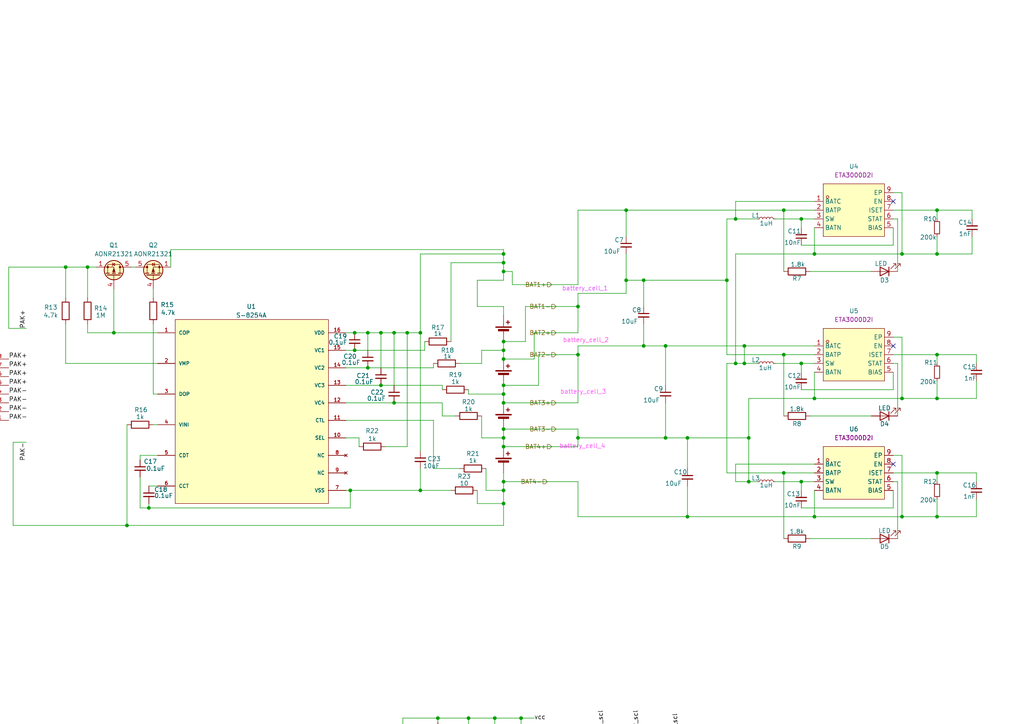
<source format=kicad_sch>
(kicad_sch (version 20231120) (generator "eeschema") (generator_version "8.0")
  (paper "A4")
  (lib_symbols
    (symbol "Connector:Conn_01x04_Pin" (pin_names (offset 1.016) hide)
      (property "Reference" "J" (at 0 5.08 0))
      (property "Value" "Conn_01x04_Pin" (at 0 -7.62 0))
      (symbol "Conn_01x04_Pin_1_1"
        (pin passive line (at 5.08 2.54 180) (length 3.81) (name "Pin_1") (number "1"))
        (pin passive line (at 5.08 0 180) (length 3.81) (name "Pin_2") (number "2"))
        (pin passive line (at 5.08 -2.54 180) (length 3.81) (name "Pin_3") (number "3"))
        (pin passive line (at 5.08 -5.08 180) (length 3.81) (name "Pin_4") (number "4"))
      )
    )
    (symbol "Device:Battery_Cell" (pin_numbers hide) (pin_names (offset 0) hide)
      (property "Reference" "BT" (at 2.54 2.54 0))
      (property "Value" "Battery_Cell" (at 2.54 0 0))
      (symbol "Battery_Cell_1_1"
        (pin passive line (at 0 5.08 270) (length 2.54) (name "+") (number "1"))
        (pin passive line (at 0 -2.54 90) (length 2.54) (name "-") (number "2"))
      )
    )
    (symbol "Device:C_Small" (pin_numbers hide) (pin_names (offset 0.254) hide)
      (property "Reference" "C" (at 0.254 1.778 0))
      (property "Value" "C_Small" (at 0.254 -2.032 0))
      (symbol "C_Small_1_1"
        (pin passive line (at 0 2.54 270) (length 2.032) (name "~") (number "1"))
        (pin passive line (at 0 -2.54 90) (length 2.032) (name "~") (number "2"))
      )
    )
    (symbol "Device:LED" (pin_numbers hide) (pin_names (offset 1.016) hide)
      (property "Reference" "D" (at 0 2.54 0))
      (property "Value" "LED" (at 0 -2.54 0))
      (symbol "LED_1_1"
        (pin passive line (at -3.81 0 0) (length 2.54) (name "K") (number "1"))
        (pin passive line (at 3.81 0 180) (length 2.54) (name "A") (number "2"))
      )
    )
    (symbol "Device:L_Small" (pin_numbers hide) (pin_names (offset 0.254) hide)
      (property "Reference" "L" (at 0.762 1.016 0))
      (property "Value" "L_Small" (at 0.762 -1.016 0))
      (symbol "L_Small_1_1"
        (pin passive line (at 0 2.54 270) (length 0.508) (name "~") (number "1"))
        (pin passive line (at 0 -2.54 90) (length 0.508) (name "~") (number "2"))
      )
    )
    (symbol "Device:R" (pin_numbers hide) (pin_names (offset 0))
      (property "Reference" "R" (at 2.032 0 90))
      (property "Value" "R" (at 0 0 90))
      (symbol "R_1_1"
        (pin passive line (at 0 3.81 270) (length 1.27) (name "~") (number "1"))
        (pin passive line (at 0 -3.81 90) (length 1.27) (name "~") (number "2"))
      )
    )
    (symbol "Device:R_Small" (pin_numbers hide) (pin_names (offset 0.254) hide)
      (property "Reference" "R" (at 0.762 0.508 0))
      (property "Value" "R_Small" (at 0.762 -1.016 0))
      (symbol "R_Small_1_1"
        (pin passive line (at 0 2.54 270) (length 0.762) (name "~") (number "1"))
        (pin passive line (at 0 -2.54 90) (length 0.762) (name "~") (number "2"))
      )
    )
    (symbol "SSS Library:53261-0871" (pin_names (offset 1.016))
      (property "Reference" "J" (at -5.08 13.462 0))
      (property "Value" "53261-0871" (at -5.08 -10.922 0))
      (symbol "53261-0871_0_0"
        (pin passive line (at -10.16 10.16 0) (length 5.08) (name "1") (number "1"))
        (pin passive line (at -10.16 7.62 0) (length 5.08) (name "2") (number "2"))
        (pin passive line (at -10.16 5.08 0) (length 5.08) (name "3") (number "3"))
        (pin passive line (at -10.16 2.54 0) (length 5.08) (name "4") (number "4"))
        (pin passive line (at -10.16 0 0) (length 5.08) (name "5") (number "5"))
        (pin passive line (at -10.16 -2.54 0) (length 5.08) (name "6") (number "6"))
        (pin passive line (at -10.16 -5.08 0) (length 5.08) (name "7") (number "7"))
        (pin passive line (at -10.16 -7.62 0) (length 5.08) (name "8") (number "8"))
      )
    )
    (symbol "SSS Library:ETA3000D2I"
      (property "Reference" "U" (at 0 0 0))
      (property "Manufacturer Part" "ETA3000D2I" (at 0 0 0))
      (symbol "ETA3000D2I_1_0"
        (pin input line (at -11.43 2.54 0) (length 2.54) (name "BATC") (number "1"))
        (pin input line (at -11.43 0 0) (length 2.54) (name "BATP") (number "2"))
        (pin unspecified line (at -11.43 -2.54 0) (length 2.54) (name "SW") (number "3"))
        (pin input line (at -11.43 -5.08 0) (length 2.54) (name "BATN") (number "4"))
        (pin unspecified line (at 11.43 -5.08 180) (length 2.54) (name "BIAS") (number "5"))
        (pin output line (at 11.43 -2.54 180) (length 2.54) (name "STAT") (number "6"))
        (pin unspecified line (at 11.43 0 180) (length 2.54) (name "ISET") (number "7"))
        (pin input line (at 11.43 2.54 180) (length 2.54) (name "EN") (number "8"))
        (pin input line (at 11.43 5.08 180) (length 2.54) (name "EP") (number "9"))
      )
    )
    (symbol "SSS Library:S-8254AAWFT-TB-G" (pin_names (offset 1.016))
      (property "Reference" "U1" (at 0 31.496 0))
      (property "Value" "S-8254A" (at 0 28.956 0))
      (symbol "S-8254AAWFT-TB-G_0_0"
        (pin output line (at -27.94 21.59 0) (length 5.08) (name "COP") (number "1"))
        (pin passive line (at 26.67 -8.89 180) (length 5.08) (name "SEL") (number "10"))
        (pin input line (at 26.67 -3.81 180) (length 5.08) (name "CTL") (number "11"))
        (pin power_in line (at 26.67 1.27 180) (length 5.08) (name "VC4") (number "12"))
        (pin power_in line (at 26.67 6.35 180) (length 5.08) (name "VC3") (number "13"))
        (pin power_in line (at 26.67 11.43 180) (length 5.08) (name "VC2") (number "14"))
        (pin power_in line (at 26.67 16.51 180) (length 5.08) (name "VC1") (number "15"))
        (pin power_in line (at 26.67 21.59 180) (length 5.08) (name "VDD") (number "16"))
        (pin passive line (at -27.94 12.7 0) (length 5.08) (name "VMP") (number "2"))
        (pin output line (at -27.94 3.81 0) (length 5.08) (name "DOP") (number "3"))
        (pin passive line (at -27.94 -5.08 0) (length 5.08) (name "VINI") (number "4"))
        (pin passive line (at -27.94 -13.97 0) (length 5.08) (name "CDT") (number "5"))
        (pin passive line (at -27.94 -22.86 0) (length 5.08) (name "CCT") (number "6"))
        (pin power_in line (at 26.67 -24.13 180) (length 5.08) (name "VSS") (number "7"))
        (pin no_connect line (at 26.67 -13.97 180) (length 5.08) (name "NC") (number "8"))
        (pin no_connect line (at 26.67 -19.05 180) (length 5.08) (name "NC") (number "9"))
      )
    )
    (symbol "TMP275_1"
      (property "Reference" "U2" (at 9.8141 5.08 0))
      (property "Value" "TMP275" (at 9.8141 2.54 0))
      (symbol "TMP275_1_1_1"
        (pin passive line (at -2.54 -5.08 0) (length 2.54) (name "SDA") (number "1"))
        (pin passive line (at -2.54 -2.54 0) (length 2.54) (name "SCL") (number "2"))
        (pin passive line (at -2.54 -7.62 0) (length 2.54) (name "ALERT") (number "3"))
        (pin passive line (at 7.62 -12.7 90) (length 2.54) (name "GND") (number "4"))
        (pin passive line (at 17.78 -7.62 180) (length 2.54) (name "A2") (number "5"))
        (pin passive line (at 17.78 -5.08 180) (length 2.54) (name "A1") (number "6"))
        (pin passive line (at 17.78 -2.54 180) (length 2.54) (name "A0") (number "7"))
        (pin passive line (at 7.62 2.54 270) (length 2.54) (name "V+") (number "8"))
      )
    )
    (symbol "aonr21321:AONR21321" (pin_names hide)
      (property "Reference" "Q" (at 6.35 1.905 0))
      (property "Value" ".fet-pmos-gsd" (at 6.35 0 0))
      (symbol "AONR21321_1_1"
        (pin passive line (at 2.54 5.08 270) (length 2.54) (name "S") (number "1"))
        (pin passive line (at 2.54 5.08 270) (length 2.54) hide (name "S") (number "2"))
        (pin passive line (at 2.54 5.08 270) (length 2.54) hide (name "S") (number "3"))
        (pin input line (at -3.81 0 0) (length 2.54) (name "G") (number "4"))
        (pin passive line (at 2.54 -5.08 90) (length 2.54) (name "D") (number "5"))
      )
    )
    (symbol "power:GND" (power) (pin_numbers hide) (pin_names (offset 0) hide)
      (property "Value" "GND" (at 0 -3.81 0))
      (symbol "GND_1_1"
        (pin power_in line (at 0 0 270) (length 0) (name "~") (number "1"))
      )
    )
    (symbol "yume:.c" (pin_numbers hide) (pin_names (offset 0.254) hide)
      (property "Reference" "C" (at 0.254 1.778 0))
      (property "Value" ".c" (at 0.254 -2.032 0))
      (symbol ".c_1_1"
        (pin passive line (at 0 2.54 270) (length 2.032) (name "~") (number "1"))
        (pin passive line (at 0 -2.54 90) (length 2.032) (name "~") (number "2"))
      )
    )
    (symbol "yume:.r" (pin_numbers hide) (pin_names (offset 0.254) hide)
      (property "Reference" "R" (at 0.762 0.508 0))
      (property "Value" ".r" (at 0.762 -1.016 0))
      (symbol ".r_1_1"
        (pin passive line (at 0 2.54 270) (length 0.762) (name "~") (number "1"))
        (pin passive line (at 0 -2.54 90) (length 0.762) (name "~") (number "2"))
      )
    )
    (symbol "yume:TMP275"
      (property "Reference" "U" (at 0 0 0))
      (property "Value" "TMP275" (at 0 0 0))
      (symbol "TMP275_1_1"
        (pin passive line (at -2.54 -5.08 0) (length 2.54) (name "SDA") (number "1"))
        (pin passive line (at -2.54 -2.54 0) (length 2.54) (name "SCL") (number "2"))
        (pin passive line (at -2.54 -7.62 0) (length 2.54) (name "ALERT") (number "3"))
        (pin passive line (at 7.62 -12.7 90) (length 2.54) (name "GND") (number "4"))
        (pin passive line (at 17.78 -7.62 180) (length 2.54) (name "A2") (number "5"))
        (pin passive line (at 17.78 -5.08 180) (length 2.54) (name "A1") (number "6"))
        (pin passive line (at 17.78 -2.54 180) (length 2.54) (name "A0") (number "7"))
        (pin passive line (at 7.62 2.54 270) (length 2.54) (name "V+") (number "8"))
      )
    )
  )
  (junction (at 146.05 142.24))
  (junction (at 25.4 77.47))
  (junction (at 215.9 100.33))
  (junction (at 118.11 248.92))
  (junction (at 181.61 60.96))
  (junction (at 199.39 127))
  (junction (at 236.22 115.57))
  (junction (at 146.05 146.05))
  (junction (at 105.41 227.33))
  (junction (at 146.05 99.06))
  (junction (at 33.02 96.52))
  (junction (at 167.64 102.87))
  (junction (at 261.62 73.66))
  (junction (at 144.78 261.62))
  (junction (at 232.41 105.41))
  (junction (at 36.83 152.4))
  (junction (at 121.92 96.52))
  (junction (at 146.05 124.46))
  (junction (at 110.49 111.76))
  (junction (at 193.04 100.33))
  (junction (at 213.36 63.5))
  (junction (at 137.16 264.16))
  (junction (at 186.69 100.33))
  (junction (at 146.05 139.7))
  (junction (at 193.04 127))
  (junction (at 261.62 115.57))
  (junction (at 135.89 227.33))
  (junction (at 135.89 208.28))
  (junction (at 114.3 96.52))
  (junction (at 236.22 149.86))
  (junction (at 215.9 105.41))
  (junction (at 227.33 102.87))
  (junction (at 106.68 96.52))
  (junction (at 217.17 127))
  (junction (at 152.4 245.11))
  (junction (at 261.62 149.86))
  (junction (at 137.16 245.11))
  (junction (at 128.27 245.11))
  (junction (at 146.05 76.2))
  (junction (at 102.87 101.6))
  (junction (at 146.05 114.3))
  (junction (at 199.39 149.86))
  (junction (at 151.13 208.28))
  (junction (at 271.78 60.96))
  (junction (at 118.11 96.52))
  (junction (at 271.78 115.57))
  (junction (at 186.69 81.28))
  (junction (at 167.64 88.9))
  (junction (at 146.05 129.54))
  (junction (at 146.05 111.76))
  (junction (at 143.51 224.79))
  (junction (at 151.13 222.25))
  (junction (at 271.78 149.86))
  (junction (at 101.6 142.24))
  (junction (at 152.4 259.08))
  (junction (at 146.05 104.14))
  (junction (at 19.05 77.47))
  (junction (at 146.05 101.6))
  (junction (at 227.33 60.96))
  (junction (at 146.05 78.74))
  (junction (at 102.87 96.52))
  (junction (at 232.41 63.5))
  (junction (at 217.17 139.7))
  (junction (at 236.22 73.66))
  (junction (at 121.92 142.24))
  (junction (at 210.82 81.28))
  (junction (at 106.68 264.16))
  (junction (at 110.49 96.52))
  (junction (at 271.78 137.16))
  (junction (at 213.36 105.41))
  (junction (at 181.61 81.28))
  (junction (at 144.78 245.11))
  (junction (at 127 208.28))
  (junction (at 143.51 208.28))
  (junction (at 271.78 102.87))
  (junction (at 271.78 73.66))
  (junction (at 106.68 106.68))
  (junction (at 146.05 116.84))
  (junction (at 43.18 147.32))
  (junction (at 146.05 73.66))
  (junction (at 116.84 212.09))
  (junction (at 114.3 116.84))
  (junction (at 167.64 127))
  (junction (at 227.33 137.16))
  (junction (at 232.41 139.7))
  (junction (at 146.05 127))
  (no_connect (at 259.08 58.42))
  (no_connect (at 259.08 134.62))
  (no_connect (at 259.08 100.33))
  (wire (pts (xy 232.41 63.5) (xy 232.41 66.04)))
  (wire (pts (xy 111.76 129.54) (xy 118.11 129.54)))
  (wire (pts (xy 146.05 124.46) (xy 167.64 124.46)))
  (wire (pts (xy 118.11 248.92) (xy 118.11 254)))
  (wire (pts (xy 283.21 149.86) (xy 283.21 144.78)))
  (wire (pts (xy 227.33 137.16) (xy 236.22 137.16)))
  (wire (pts (xy 259.08 66.04) (xy 259.08 71.12)))
  (wire (pts (xy 146.05 137.16) (xy 146.05 139.7)))
  (wire (pts (xy 114.3 96.52) (xy 118.11 96.52)))
  (wire (pts (xy 143.51 208.28) (xy 143.51 213.36)))
  (wire (pts (xy 186.69 81.28) (xy 186.69 88.9)))
  (wire (pts (xy 213.36 139.7) (xy 217.17 139.7)))
  (wire (pts (xy 281.94 60.96) (xy 281.94 63.5)))
  (wire (pts (xy 146.05 139.7) (xy 167.64 139.7)))
  (wire (pts (xy 105.41 227.33) (xy 106.68 227.33)))
  (wire (pts (xy 127 208.28) (xy 116.84 208.28)))
  (wire (pts (xy 2.54 77.47) (xy 19.05 77.47)))
  (wire (pts (xy 106.68 96.52) (xy 106.68 101.6)))
  (wire (pts (xy 139.7 105.41) (xy 139.7 101.6)))
  (wire (pts (xy 217.17 127) (xy 217.17 139.7)))
  (wire (pts (xy 154.94 96.52) (xy 167.64 96.52)))
  (wire (pts (xy 213.36 63.5) (xy 210.82 63.5)))
  (wire (pts (xy 167.64 88.9) (xy 167.64 96.52)))
  (wire (pts (xy 271.78 73.66) (xy 281.94 73.66)))
  (wire (pts (xy 121.92 135.89) (xy 121.92 142.24)))
  (wire (pts (xy 167.64 100.33) (xy 186.69 100.33)))
  (wire (pts (xy 127 224.79) (xy 143.51 224.79)))
  (wire (pts (xy 259.08 60.96) (xy 271.78 60.96)))
  (wire (pts (xy 44.45 114.3) (xy 45.72 114.3)))
  (wire (pts (xy 146.05 114.3) (xy 146.05 111.76)))
  (wire (pts (xy 130.81 99.06) (xy 130.81 76.2)))
  (wire (pts (xy 123.19 99.06) (xy 123.19 101.6)))
  (wire (pts (xy 227.33 137.16) (xy 227.33 156.21)))
  (wire (pts (xy 40.64 132.08) (xy 45.72 132.08)))
  (wire (pts (xy 144.78 245.11) (xy 144.78 250.19)))
  (wire (pts (xy 204.47 222.25) (xy 209.55 222.25)))
  (wire (pts (xy 143.51 208.28) (xy 135.89 208.28)))
  (wire (pts (xy 259.08 142.24) (xy 259.08 147.32)))
  (wire (pts (xy 100.33 96.52) (xy 102.87 96.52)))
  (wire (pts (xy 2.54 95.25) (xy 7.62 95.25)))
  (wire (pts (xy 25.4 86.36) (xy 25.4 77.47)))
  (wire (pts (xy 224.79 105.41) (xy 232.41 105.41)))
  (wire (pts (xy 101.6 142.24) (xy 121.92 142.24)))
  (wire (pts (xy 181.61 85.09) (xy 181.61 81.28)))
  (wire (pts (xy 118.11 96.52) (xy 121.92 96.52)))
  (wire (pts (xy 283.21 115.57) (xy 283.21 110.49)))
  (wire (pts (xy 271.78 60.96) (xy 271.78 63.5)))
  (wire (pts (xy 146.05 76.2) (xy 146.05 78.74)))
  (wire (pts (xy 215.9 105.41) (xy 213.36 105.41)))
  (wire (pts (xy 146.05 111.76) (xy 156.21 111.76)))
  (wire (pts (xy 146.05 99.06) (xy 146.05 101.6)))
  (wire (pts (xy 125.73 121.92) (xy 100.33 121.92)))
  (wire (pts (xy 121.92 73.66) (xy 146.05 73.66)))
  (wire (pts (xy 217.17 115.57) (xy 217.17 127)))
  (wire (pts (xy 271.78 115.57) (xy 261.62 115.57)))
  (wire (pts (xy 106.68 96.52) (xy 110.49 96.52)))
  (wire (pts (xy 259.08 105.41) (xy 260.35 105.41)))
  (wire (pts (xy 105.41 259.08) (xy 107.95 259.08)))
  (wire (pts (xy 144.78 245.11) (xy 137.16 245.11)))
  (wire (pts (xy 128.27 245.11) (xy 118.11 245.11)))
  (wire (pts (xy 186.69 100.33) (xy 193.04 100.33)))
  (wire (pts (xy 3.81 152.4) (xy 36.83 152.4)))
  (wire (pts (xy 146.05 104.14) (xy 154.94 104.14)))
  (wire (pts (xy 116.84 212.09) (xy 116.84 217.17)))
  (wire (pts (xy 143.51 218.44) (xy 143.51 224.79)))
  (wire (pts (xy 110.49 96.52) (xy 110.49 106.68)))
  (wire (pts (xy 259.08 102.87) (xy 271.78 102.87)))
  (wire (pts (xy 44.45 93.98) (xy 44.45 114.3)))
  (wire (pts (xy 193.04 100.33) (xy 215.9 100.33)))
  (wire (pts (xy 271.78 68.58) (xy 271.78 73.66)))
  (wire (pts (xy 125.73 135.89) (xy 125.73 121.92)))
  (wire (pts (xy 227.33 60.96) (xy 227.33 78.74)))
  (wire (pts (xy 271.78 60.96) (xy 281.94 60.96)))
  (wire (pts (xy 3.81 128.27) (xy 7.62 128.27)))
  (wire (pts (xy 167.64 139.7) (xy 167.64 149.86)))
  (wire (pts (xy 105.41 248.92) (xy 118.11 248.92)))
  (wire (pts (xy 259.08 55.88) (xy 261.62 55.88)))
  (wire (pts (xy 121.92 96.52) (xy 121.92 73.66)))
  (wire (pts (xy 271.78 137.16) (xy 283.21 137.16)))
  (wire (pts (xy 33.02 83.82) (xy 33.02 96.52)))
  (wire (pts (xy 167.64 102.87) (xy 167.64 116.84)))
  (wire (pts (xy 118.11 129.54) (xy 118.11 96.52)))
  (wire (pts (xy 259.08 107.95) (xy 259.08 113.03)))
  (wire (pts (xy 146.05 116.84) (xy 146.05 114.3)))
  (wire (pts (xy 121.92 96.52) (xy 121.92 130.81)))
  (wire (pts (xy 114.3 116.84) (xy 128.27 116.84)))
  (wire (pts (xy 167.64 127) (xy 193.04 127)))
  (wire (pts (xy 40.64 147.32) (xy 43.18 147.32)))
  (wire (pts (xy 125.73 135.89) (xy 133.35 135.89)))
  (wire (pts (xy 44.45 83.82) (xy 44.45 86.36)))
  (wire (pts (xy 152.4 99.06) (xy 152.4 88.9)))
  (wire (pts (xy 167.64 102.87) (xy 167.64 100.33)))
  (wire (pts (xy 43.18 146.05) (xy 43.18 147.32)))
  (wire (pts (xy 181.61 60.96) (xy 227.33 60.96)))
  (wire (pts (xy 128.27 111.76) (xy 128.27 113.03)))
  (wire (pts (xy 44.45 123.19) (xy 45.72 123.19)))
  (wire (pts (xy 259.08 139.7) (xy 260.35 139.7)))
  (wire (pts (xy 110.49 96.52) (xy 114.3 96.52)))
  (wire (pts (xy 146.05 129.54) (xy 146.05 127)))
  (wire (pts (xy 146.05 88.9) (xy 146.05 91.44)))
  (wire (pts (xy 104.14 212.09) (xy 104.14 222.25)))
  (wire (pts (xy 199.39 140.97) (xy 199.39 149.86)))
  (wire (pts (xy 271.78 102.87) (xy 271.78 105.41)))
  (wire (pts (xy 260.35 78.74) (xy 260.35 63.5)))
  (wire (pts (xy 236.22 73.66) (xy 236.22 66.04)))
  (wire (pts (xy 104.14 129.54) (xy 104.14 127)))
  (wire (pts (xy 146.05 146.05) (xy 146.05 152.4)))
  (wire (pts (xy 144.78 245.11) (xy 152.4 245.11)))
  (wire (pts (xy 105.41 248.92) (xy 105.41 259.08)))
  (wire (pts (xy 199.39 127) (xy 217.17 127)))
  (wire (pts (xy 227.33 60.96) (xy 236.22 60.96)))
  (wire (pts (xy 224.79 63.5) (xy 232.41 63.5)))
  (wire (pts (xy 40.64 138.43) (xy 40.64 147.32)))
  (wire (pts (xy 167.64 88.9) (xy 167.64 85.09)))
  (wire (pts (xy 144.78 255.27) (xy 144.78 261.62)))
  (wire (pts (xy 236.22 115.57) (xy 236.22 107.95)))
  (wire (pts (xy 271.78 110.49) (xy 271.78 115.57)))
  (wire (pts (xy 232.41 147.32) (xy 259.08 147.32)))
  (wire (pts (xy 106.68 261.62) (xy 107.95 261.62)))
  (wire (pts (xy 102.87 96.52) (xy 106.68 96.52)))
  (wire (pts (xy 260.35 156.21) (xy 260.35 139.7)))
  (wire (pts (xy 236.22 142.24) (xy 236.22 149.86)))
  (wire (pts (xy 138.43 88.9) (xy 146.05 88.9)))
  (wire (pts (xy 36.83 123.19) (xy 36.83 152.4)))
  (wire (pts (xy 261.62 115.57) (xy 236.22 115.57)))
  (wire (pts (xy 146.05 81.28) (xy 146.05 78.74)))
  (wire (pts (xy 139.7 127) (xy 146.05 127)))
  (wire (pts (xy 271.78 115.57) (xy 283.21 115.57)))
  (wire (pts (xy 139.7 127) (xy 139.7 120.65)))
  (wire (pts (xy 138.43 81.28) (xy 146.05 81.28)))
  (wire (pts (xy 261.62 149.86) (xy 236.22 149.86)))
  (wire (pts (xy 236.22 115.57) (xy 217.17 115.57)))
  (wire (pts (xy 33.02 96.52) (xy 45.72 96.52)))
  (wire (pts (xy 167.64 129.54) (xy 167.64 127)))
  (wire (pts (xy 193.04 100.33) (xy 193.04 111.76)))
  (wire (pts (xy 38.1 77.47) (xy 39.37 77.47)))
  (wire (pts (xy 105.41 224.79) (xy 105.41 227.33)))
  (wire (pts (xy 259.08 132.08) (xy 261.62 132.08)))
  (wire (pts (xy 181.61 60.96) (xy 181.61 68.58)))
  (wire (pts (xy 186.69 81.28) (xy 210.82 81.28)))
  (wire (pts (xy 3.81 152.4) (xy 3.81 128.27)))
  (wire (pts (xy 2.54 77.47) (xy 2.54 95.25)))
  (wire (pts (xy 259.08 97.79) (xy 261.62 97.79)))
  (wire (pts (xy 121.92 142.24) (xy 130.81 142.24)))
  (wire (pts (xy 232.41 139.7) (xy 236.22 139.7)))
  (wire (pts (xy 146.05 142.24) (xy 146.05 139.7)))
  (wire (pts (xy 152.4 255.27) (xy 152.4 259.08)))
  (wire (pts (xy 146.05 72.39) (xy 146.05 73.66)))
  (wire (pts (xy 125.73 105.41) (xy 125.73 106.68)))
  (wire (pts (xy 105.41 224.79) (xy 106.68 224.79)))
  (wire (pts (xy 140.97 135.89) (xy 140.97 142.24)))
  (wire (pts (xy 139.7 101.6) (xy 146.05 101.6)))
  (wire (pts (xy 25.4 93.98) (xy 25.4 96.52)))
  (wire (pts (xy 232.41 139.7) (xy 232.41 142.24)))
  (wire (pts (xy 261.62 73.66) (xy 236.22 73.66)))
  (wire (pts (xy 100.33 142.24) (xy 101.6 142.24)))
  (wire (pts (xy 236.22 134.62) (xy 213.36 134.62)))
  (wire (pts (xy 40.64 133.35) (xy 40.64 132.08)))
  (wire (pts (xy 151.13 218.44) (xy 151.13 222.25)))
  (wire (pts (xy 154.94 259.08) (xy 152.4 259.08)))
  (wire (pts (xy 215.9 100.33) (xy 215.9 105.41)))
  (wire (pts (xy 19.05 105.41) (xy 45.72 105.41)))
  (wire (pts (xy 128.27 120.65) (xy 132.08 120.65)))
  (wire (pts (xy 104.14 222.25) (xy 106.68 222.25)))
  (wire (pts (xy 193.04 116.84) (xy 193.04 127)))
  (wire (pts (xy 130.81 76.2) (xy 146.05 76.2)))
  (wire (pts (xy 116.84 208.28) (xy 116.84 212.09)))
  (wire (pts (xy 19.05 77.47) (xy 25.4 77.47)))
  (wire (pts (xy 156.21 102.87) (xy 167.64 102.87)))
  (wire (pts (xy 135.89 114.3) (xy 146.05 114.3)))
  (wire (pts (xy 106.68 264.16) (xy 107.95 264.16)))
  (wire (pts (xy 175.26 214.63) (xy 209.55 214.63)))
  (wire (pts (xy 135.89 227.33) (xy 154.94 227.33)))
  (wire (pts (xy 140.97 142.24) (xy 146.05 142.24)))
  (wire (pts (xy 260.35 120.65) (xy 260.35 105.41)))
  (wire (pts (xy 199.39 149.86) (xy 236.22 149.86)))
  (wire (pts (xy 25.4 77.47) (xy 27.94 77.47)))
  (wire (pts (xy 138.43 146.05) (xy 138.43 142.24)))
  (wire (pts (xy 167.64 60.96) (xy 181.61 60.96)))
  (wire (pts (xy 213.36 73.66) (xy 236.22 73.66)))
  (wire (pts (xy 133.35 105.41) (xy 139.7 105.41)))
  (wire (pts (xy 199.39 127) (xy 199.39 135.89)))
  (wire (pts (xy 232.41 105.41) (xy 232.41 107.95)))
  (wire (pts (xy 154.94 104.14) (xy 154.94 96.52)))
  (wire (pts (xy 152.4 88.9) (xy 167.64 88.9)))
  (wire (pts (xy 186.69 93.98) (xy 186.69 100.33)))
  (wire (pts (xy 167.64 149.86) (xy 199.39 149.86)))
  (wire (pts (xy 49.53 72.39) (xy 146.05 72.39)))
  (wire (pts (xy 156.21 111.76) (xy 156.21 102.87)))
  (wire (pts (xy 146.05 101.6) (xy 146.05 104.14)))
  (wire (pts (xy 224.79 139.7) (xy 232.41 139.7)))
  (wire (pts (xy 271.78 149.86) (xy 261.62 149.86)))
  (wire (pts (xy 234.95 156.21) (xy 252.73 156.21)))
  (wire (pts (xy 127 208.28) (xy 127 209.55)))
  (wire (pts (xy 232.41 105.41) (xy 236.22 105.41)))
  (wire (pts (xy 271.78 137.16) (xy 271.78 139.7)))
  (wire (pts (xy 234.95 120.65) (xy 252.73 120.65)))
  (wire (pts (xy 148.59 78.74) (xy 148.59 82.55)))
  (wire (pts (xy 106.68 264.16) (xy 106.68 266.7)))
  (wire (pts (xy 215.9 105.41) (xy 219.71 105.41)))
  (wire (pts (xy 25.4 96.52) (xy 33.02 96.52)))
  (wire (pts (xy 100.33 111.76) (xy 110.49 111.76)))
  (wire (pts (xy 104.14 212.09) (xy 116.84 212.09)))
  (wire (pts (xy 213.36 63.5) (xy 219.71 63.5)))
  (wire (pts (xy 167.64 85.09) (xy 181.61 85.09)))
  (wire (pts (xy 271.78 144.78) (xy 271.78 149.86)))
  (wire (pts (xy 152.4 245.11) (xy 152.4 250.19)))
  (wire (pts (xy 283.21 102.87) (xy 283.21 105.41)))
  (wire (pts (xy 210.82 81.28) (xy 210.82 102.87)))
  (wire (pts (xy 49.53 72.39) (xy 49.53 77.47)))
  (wire (pts (xy 227.33 102.87) (xy 227.33 120.65)))
  (wire (pts (xy 154.94 222.25) (xy 151.13 222.25)))
  (wire (pts (xy 100.33 101.6) (xy 102.87 101.6)))
  (wire (pts (xy 105.41 227.33) (xy 105.41 229.87)))
  (wire (pts (xy 102.87 101.6) (xy 123.19 101.6)))
  (wire (pts (xy 135.89 208.28) (xy 135.89 213.36)))
  (wire (pts (xy 146.05 127) (xy 146.05 124.46)))
  (wire (pts (xy 151.13 208.28) (xy 151.13 213.36)))
  (wire (pts (xy 213.36 73.66) (xy 213.36 105.41)))
  (wire (pts (xy 114.3 96.52) (xy 114.3 111.76)))
  (wire (pts (xy 232.41 71.12) (xy 259.08 71.12)))
  (wire (pts (xy 36.83 152.4) (xy 146.05 152.4)))
  (wire (pts (xy 175.26 219.71) (xy 209.55 219.71)))
  (wire (pts (xy 128.27 261.62) (xy 144.78 261.62)))
  (wire (pts (xy 128.27 245.11) (xy 137.16 245.11)))
  (wire (pts (xy 128.27 259.08) (xy 152.4 259.08)))
  (wire (pts (xy 227.33 102.87) (xy 236.22 102.87)))
  (wire (pts (xy 259.08 63.5) (xy 260.35 63.5)))
  (wire (pts (xy 128.27 264.16) (xy 137.16 264.16)))
  (wire (pts (xy 100.33 106.68) (xy 106.68 106.68)))
  (wire (pts (xy 127 222.25) (xy 151.13 222.25)))
  (wire (pts (xy 135.89 218.44) (xy 135.89 227.33)))
  (wire (pts (xy 110.49 111.76) (xy 128.27 111.76)))
  (wire (pts (xy 217.17 139.7) (xy 219.71 139.7)))
  (wire (pts (xy 146.05 99.06) (xy 152.4 99.06)))
  (wire (pts (xy 128.27 245.11) (xy 128.27 246.38)))
  (wire (pts (xy 19.05 93.98) (xy 19.05 105.41)))
  (wire (pts (xy 193.04 127) (xy 199.39 127)))
  (wire (pts (xy 143.51 208.28) (xy 151.13 208.28)))
  (wire (pts (xy 167.64 60.96) (xy 167.64 82.55)))
  (wire (pts (xy 210.82 105.41) (xy 210.82 137.16)))
  (wire (pts (xy 19.05 86.36) (xy 19.05 77.47)))
  (wire (pts (xy 232.41 63.5) (xy 236.22 63.5)))
  (wire (pts (xy 148.59 82.55) (xy 167.64 82.55)))
  (wire (pts (xy 146.05 129.54) (xy 167.64 129.54)))
  (wire (pts (xy 146.05 78.74) (xy 148.59 78.74)))
  (wire (pts (xy 146.05 116.84) (xy 167.64 116.84)))
  (wire (pts (xy 261.62 55.88) (xy 261.62 73.66)))
  (wire (pts (xy 232.41 113.03) (xy 259.08 113.03)))
  (wire (pts (xy 146.05 146.05) (xy 138.43 146.05)))
  (wire (pts (xy 137.16 255.27) (xy 137.16 264.16)))
  (wire (pts (xy 181.61 73.66) (xy 181.61 81.28)))
  (wire (pts (xy 127 227.33) (xy 135.89 227.33)))
  (wire (pts (xy 154.94 224.79) (xy 143.51 224.79)))
  (wire (pts (xy 210.82 63.5) (xy 210.82 81.28)))
  (wire (pts (xy 101.6 142.24) (xy 101.6 147.32)))
  (wire (pts (xy 154.94 261.62) (xy 144.78 261.62)))
  (wire (pts (xy 283.21 137.16) (xy 283.21 139.7)))
  (wire (pts (xy 209.55 217.17) (xy 207.01 217.17)))
  (wire (pts (xy 135.89 114.3) (xy 135.89 113.03)))
  (wire (pts (xy 261.62 132.08) (xy 261.62 149.86)))
  (wire (pts (xy 146.05 73.66) (xy 146.05 76.2)))
  (wire (pts (xy 137.16 264.16) (xy 154.94 264.16)))
  (wire (pts (xy 281.94 73.66) (xy 281.94 68.58)))
  (wire (pts (xy 128.27 116.84) (xy 128.27 120.65)))
  (wire (pts (xy 236.22 100.33) (xy 215.9 100.33)))
  (wire (pts (xy 210.82 105.41) (xy 213.36 105.41)))
  (wire (pts (xy 234.95 78.74) (xy 252.73 78.74)))
  (wire (pts (xy 271.78 149.86) (xy 283.21 149.86)))
  (wire (pts (xy 43.18 147.32) (xy 101.6 147.32)))
  (wire (pts (xy 137.16 245.11) (xy 137.16 250.19)))
  (wire (pts (xy 100.33 116.84) (xy 114.3 116.84)))
  (wire (pts (xy 210.82 102.87) (xy 227.33 102.87)))
  (wire (pts (xy 259.08 137.16) (xy 271.78 137.16)))
  (wire (pts (xy 271.78 73.66) (xy 261.62 73.66)))
  (wire (pts (xy 154.94 208.28) (xy 151.13 208.28)))
  (wire (pts (xy 104.14 127) (xy 100.33 127)))
  (wire (pts (xy 261.62 97.79) (xy 261.62 115.57)))
  (wire (pts (xy 118.11 245.11) (xy 118.11 248.92)))
  (wire (pts (xy 236.22 58.42) (xy 213.36 58.42)))
  (wire (pts (xy 167.64 124.46) (xy 167.64 127)))
  (wire (pts (xy 271.78 102.87) (xy 283.21 102.87)))
  (wire (pts (xy 127 208.28) (xy 135.89 208.28)))
  (wire (pts (xy 43.18 140.97) (xy 45.72 140.97)))
  (wire (pts (xy 154.94 245.11) (xy 152.4 245.11)))
  (wire (pts (xy 106.68 106.68) (xy 125.73 106.68)))
  (wire (pts (xy 138.43 81.28) (xy 138.43 88.9)))
  (wire (pts (xy 210.82 137.16) (xy 227.33 137.16)))
  (wire (pts (xy 146.05 142.24) (xy 146.05 146.05)))
  (wire (pts (xy 181.61 81.28) (xy 186.69 81.28)))
  (wire (pts (xy 213.36 134.62) (xy 213.36 139.7)))
  (wire (pts (xy 213.36 58.42) (xy 213.36 63.5)))
  (wire (pts (xy 106.68 261.62) (xy 106.68 264.16)))
  (text "battery_cell_2" (at 169.926 98.806 0) (effects (font (size 1.27 1.27))))
  (text "battery_cell_4" (at 168.91 129.54 0) (effects (font (size 1.27 1.27))))
  (text "battery_cell_3" (at 169.164 113.792 0) (effects (font (size 1.27 1.27))))
  (text "battery_cell_1" (at 169.672 83.82 0) (effects (font (size 1.27 1.27))))
  (label "PAK-" (at 7.62 128.27 270))
  (label "isen_sda" (at 196.85 219.71 270))
  (label "tmp1_sda" (at 175.26 219.71 270))
  (label "PAK+" (at 2.54 111.76 0))
  (label "vcc" (at 154.94 208.28 0))
  (label "tmp2_sda" (at 185.42 219.71 270))
  (label "PAK-" (at 2.54 116.84 0))
  (label "PAK+" (at 2.54 106.68 0))
  (label "PAK+" (at 7.62 95.25 90))
  (label "PAK+" (at 2.54 104.14 0))
  (label "tmp2_scl" (at 154.94 259.08 0))
  (label "vcc" (at 154.94 245.11 0))
  (label "tmp2_scl" (at 185.42 214.63 90))
  (label "tmp1_scl" (at 154.94 222.25 0))
  (label "isen_scl" (at 196.85 214.63 90))
  (label "tmp2_sda" (at 154.94 261.62 0))
  (label "tmp1_sda" (at 154.94 224.79 0))
  (label "PAK+" (at 2.54 109.22 0))
  (label "PAK-" (at 2.54 121.92 0))
  (label "tmp1_scl" (at 175.26 214.63 90))
  (label "PAK-" (at 2.54 119.38 0))
  (label "vcc" (at 204.47 222.25 180))
  (label "PAK-" (at 2.54 114.3 0))
  (hierarchical_label "BAT1+" (shape input) (at 160.02 82.55 180))
  (hierarchical_label "BAT3-" (shape input) (at 161.29 124.46 180))
  (hierarchical_label "BAT2+" (shape input) (at 161.29 96.52 180))
  (hierarchical_label "BAT4-" (shape input) (at 158.75 139.7 180))
  (hierarchical_label "BAT4+" (shape input) (at 160.02 129.54 180))
  (hierarchical_label "BAT1-" (shape input) (at 161.29 88.9 180))
  (hierarchical_label "BAT2-" (shape input) (at 161.29 102.87 180))
  (hierarchical_label "BAT3+" (shape input) (at 161.29 116.84 180))
  (symbol (lib_id "Device:Battery_Cell") (at 146.05 96.52 0) (unit 1)
    (property "Reference" "BT1" (effects (hide yes)))
    (property "Value" "Battery_Cell" (effects (hide yes)))
    (property "Footprint" "SSS Lib:bat tabs" (effects (hide yes)))
    (property "Description" "Single-cell battery" (effects (hide yes)))
  )
  (symbol (lib_id "Device:R") (at 134.62 142.24 90) (unit 1)
    (property "Reference" "R23" (at 134.62 138.176 90))
    (property "Value" "10" (at 134.62 140.208 90))
    (property "Footprint" "Resistor_SMD:R_0402_1005Metric" (effects (hide yes)))
    (property "Description" "Resistor" (effects (hide yes)))
  )
  (symbol (lib_id "Device:R") (at 132.08 113.03 90) (unit 1)
    (property "Reference" "R19" (at 132.08 108.712 90))
    (property "Value" "1k" (at 132.08 110.744 90))
    (property "Footprint" "Resistor_SMD:R_0402_1005Metric" (effects (hide yes)))
    (property "Description" "Resistor" (effects (hide yes)))
  )
  (symbol (lib_id "yume:.c") (at 121.92 133.35 0) (unit 1)
    (property "Reference" "C23" (at 123.952 133.096 0) (effects (justify left)))
    (property "Value" "10uF" (at 122.682 135.128 0) (effects (justify left)))
    (property "Footprint" "Capacitor_SMD:C_0805_2012Metric" (effects (hide yes)))
    (property "Description" "Unpolarized capacitor, small symbol" (effects (hide yes)))
    (property "Part" "CL21A226MAQNNNE" (effects (hide yes)))
  )
  (symbol (lib_id "Device:LED") (at 256.54 120.65 180) (unit 1)
    (property "Reference" "D4" (at 256.54 122.936 0))
    (property "Value" "LED" (at 256.54 118.364 0))
    (property "Footprint" "LED_SMD:LED_0402_1005Metric" (effects (hide yes)))
    (property "Description" "Light emitting diode" (effects (hide yes)))
  )
  (symbol (lib_id "power:GND") (at 207.01 217.17 270) (unit 1)
    (property "Reference" "#PWR01" (effects (hide yes)))
    (property "Value" "GND" (at 207.518 215.9 90))
    (property "Description" "Power symbol creates a global label with name \"GND\" , ground" (effects (hide yes)))
  )
  (symbol (lib_id "power:GND") (at 118.11 269.24 0) (unit 1)
    (property "Reference" "#PWR08" (effects (hide yes)))
    (property "Value" "GND" (at 118.11 274.32 0))
    (property "Description" "Power symbol creates a global label with name \"GND\" , ground" (effects (hide yes)))
  )
  (symbol (lib_id "SSS Library:ETA3000D2I") (at 247.65 137.16 0) (unit 1)
    (property "Reference" "U6" (at 247.65 124.46 0))
    (property "Value" "ETA3000D2I" (effects (hide yes)))
    (property "Footprint" "SSS Footprint Library:SSS ETA3000D21" (effects (hide yes)))
    (property "Datasheet" "https://atta.szlcsc.com/upload/public/pdf/source/20230717/2FD4E108EC3C68D06D894D4D17347BBC.pdf" (effects (hide yes)))
    (property "Manufacturer Part" "ETA3000D2I" (at 247.65 127 0))
    (property "Manufacturer" "ETA(钰泰)" (effects (hide yes)))
    (property "Supplier Part" "C7465544" (effects (hide yes)))
    (property "Supplier" "LCSC" (effects (hide yes)))
    (property "LCSC Part Name" "ETA3000D2I" (effects (hide yes)))
  )
  (symbol (lib_id "Device:C_Small") (at 181.61 71.12 0) (unit 1)
    (property "Reference" "C7" (at 179.578 69.596 0))
    (property "Value" "10uF" (at 177.546 72.898 0))
    (property "Footprint" "Capacitor_SMD:C_0805_2012Metric" (effects (hide yes)))
    (property "Description" "Unpolarized capacitor, small symbol" (effects (hide yes)))
  )
  (symbol (lib_id "Device:R_Small") (at 271.78 66.04 0) (unit 1)
    (property "Reference" "R10" (at 269.748 63.5 0))
    (property "Value" "200k" (at 269.24 68.834 0))
    (property "Footprint" "Resistor_SMD:R_0402_1005Metric" (effects (hide yes)))
    (property "Description" "Resistor, small symbol" (effects (hide yes)))
  )
  (symbol (lib_id "power:GND") (at 105.41 229.87 0) (unit 1)
    (property "Reference" "#PWR05" (effects (hide yes)))
    (property "Value" "GND" (at 105.41 234.95 0))
    (property "Description" "Power symbol creates a global label with name \"GND\" , ground" (effects (hide yes)))
  )
  (symbol (lib_id "power:GND") (at 127 214.63 0) (unit 1)
    (property "Reference" "#PWR09" (effects (hide yes)))
    (property "Value" "GND" (effects (hide yes)))
  )
  (symbol (lib_name "TMP275_1") (lib_id "yume:TMP275") (at 124.46 219.71 0) (mirror y) (unit 1)
    (property "Reference" "U2" (at 114.6459 214.63 0) (effects (justify left)))
    (property "Value" "TMP275" (at 114.6459 217.17 0) (effects (justify left)))
    (property "Footprint" "SSS Footprint Library:TM275 nw" (effects (hide yes)))
    (property "Datasheet" "https://www.ti.com/lit/ds/symlink/tmp275.pdf" (effects (hide yes)))
    (property "Description" "Sensor, Temperature, Digital I2C, ±0.5°C max from −20°C to 100°C" (effects (hide yes)))
  )
  (symbol (lib_id "yume:.r") (at 143.51 215.9 0) (mirror x) (unit 1)
    (property "Reference" "R3" (at 140.97 214.6299 0) (effects (justify right)))
    (property "Value" "4.7k" (at 140.97 217.1699 0) (effects (justify right)))
    (property "Footprint" "Resistor_SMD:R_0402_1005Metric" (effects (hide yes)))
    (property "Description" "Resistor, small symbol" (effects (hide yes)))
  )
  (symbol (lib_id "Device:R") (at 137.16 135.89 90) (unit 1)
    (property "Reference" "R21" (at 137.16 131.572 90))
    (property "Value" "1k" (at 137.16 133.604 90))
    (property "Footprint" "Resistor_SMD:R_0402_1005Metric" (effects (hide yes)))
    (property "Description" "Resistor" (effects (hide yes)))
  )
  (symbol (lib_id "Device:R") (at 231.14 156.21 270) (unit 1)
    (property "Reference" "R9" (at 231.14 158.496 90))
    (property "Value" "1.8k" (at 231.14 154.178 90))
    (property "Footprint" "Resistor_SMD:R_0402_1005Metric" (effects (hide yes)))
    (property "Description" "Resistor" (effects (hide yes)))
  )
  (symbol (lib_id "Device:C_Small") (at 232.41 68.58 180) (unit 1)
    (property "Reference" "C11" (at 230.378 67.056 0))
    (property "Value" "10nF" (at 229.87 70.358 0))
    (property "Footprint" "Capacitor_SMD:C_0402_1005Metric" (effects (hide yes)))
    (property "Description" "Unpolarized capacitor, small symbol" (effects (hide yes)))
  )
  (symbol (lib_id "Device:R") (at 44.45 90.17 180) (unit 1)
    (property "Reference" "R15" (at 48.514 88.392 0))
    (property "Value" "4.7k" (at 48.768 90.678 0))
    (property "Footprint" "Resistor_SMD:R_0402_1005Metric" (effects (hide yes)))
    (property "Description" "Resistor" (effects (hide yes)))
  )
  (symbol (lib_id "yume:.r") (at 144.78 252.73 0) (mirror x) (unit 1)
    (property "Reference" "R4" (at 142.24 251.4599 0) (effects (justify right)))
    (property "Value" "4.7k" (at 142.24 253.9999 0) (effects (justify right)))
    (property "Footprint" "Resistor_SMD:R_0402_1005Metric" (effects (hide yes)))
    (property "Description" "Resistor, small symbol" (effects (hide yes)))
  )
  (symbol (lib_id "Device:R") (at 19.05 90.17 180) (unit 1)
    (property "Reference" "R13" (at 14.732 89.154 0))
    (property "Value" "4.7k" (at 14.732 91.44 0))
    (property "Footprint" "Resistor_SMD:R_0402_1005Metric" (effects (hide yes)))
    (property "Description" "Resistor" (effects (hide yes)))
  )
  (symbol (lib_id "aonr21321:AONR21321") (at 44.45 80.01 270) (mirror x) (unit 1)
    (property "Reference" "Q2" (at 44.45 71.12 90))
    (property "Value" "AONR21321" (at 44.45 73.66 90))
    (property "Footprint" "SSS Footprint Library:SSS_0402_PMOS" (effects (hide yes)))
    (property "Datasheet" "https://www.aosmd.com/sites/default/files/res/datasheets/AONR21321.pdf" (effects (hide yes)))
    (property "Description" "FET, PMOS, -30 Vds, 16.5 mΩ @ Vgs = -10 V, 21 nC" (effects (hide yes)))
  )
  (symbol (lib_id "Device:C_Small") (at 186.69 91.44 0) (unit 1)
    (property "Reference" "C8" (at 184.658 89.916 0))
    (property "Value" "10uF" (at 182.626 93.218 0))
    (property "Footprint" "Capacitor_SMD:C_0805_2012Metric" (effects (hide yes)))
    (property "Description" "Unpolarized capacitor, small symbol" (effects (hide yes)))
  )
  (symbol (lib_id "yume:.c") (at 127 212.09 0) (mirror y) (unit 1)
    (property "Reference" "C5" (at 124.46 210.8262 0) (effects (justify left)))
    (property "Value" "100nF" (at 124.46 213.3662 0) (effects (justify left)))
    (property "Footprint" "Capacitor_SMD:C_0402_1005Metric" (effects (hide yes)))
    (property "Description" "Unpolarized capacitor, small symbol" (effects (hide yes)))
  )
  (symbol (lib_id "Device:R") (at 231.14 120.65 270) (unit 1)
    (property "Reference" "R8" (at 231.14 122.936 90))
    (property "Value" "1.8k" (at 231.14 118.618 90))
    (property "Footprint" "Resistor_SMD:R_0402_1005Metric" (effects (hide yes)))
    (property "Description" "Resistor" (effects (hide yes)))
  )
  (symbol (lib_id "Device:LED") (at 256.54 156.21 180) (unit 1)
    (property "Reference" "D5" (at 256.54 158.496 0))
    (property "Value" "LED" (at 256.54 153.924 0))
    (property "Footprint" "LED_SMD:LED_0402_1005Metric" (effects (hide yes)))
    (property "Description" "Light emitting diode" (effects (hide yes)))
  )
  (symbol (lib_id "Connector:Conn_01x04_Pin") (at 214.63 217.17 0) (mirror y) (unit 1)
    (property "Reference" "J2" (at 215.9 217.1699 0) (effects (justify right)))
    (property "Value" "Conn_01x04_Pin" (at 215.9 219.7099 0) (effects (justify right)))
    (property "Footprint" "Connector_Molex:Molex_PicoBlade_53261-0471_1x04-1MP_P1.25mm_Horizontal" (effects (hide yes)))
    (property "Description" "Generic connector, single row, 01x04, script generated" (effects (hide yes)))
  )
  (symbol (lib_id "yume:.c") (at 114.3 114.3 0) (unit 1)
    (property "Reference" "C22" (at 107.442 113.792 0) (effects (justify left)))
    (property "Value" "0.1uF" (at 106.426 115.57 0) (effects (justify left)))
    (property "Footprint" "Capacitor_SMD:C_0402_1005Metric" (effects (hide yes)))
    (property "Description" "Unpolarized capacitor, small symbol" (effects (hide yes)))
    (property "Part" "CL21A226MAQNNNE" (effects (hide yes)))
  )
  (symbol (lib_id "Device:C_Small") (at 281.94 66.04 180) (unit 1)
    (property "Reference" "C14" (at 279.908 64.516 0))
    (property "Value" "1nF" (at 279.908 67.818 0))
    (property "Footprint" "Capacitor_SMD:C_0402_1005Metric" (effects (hide yes)))
    (property "Description" "Unpolarized capacitor, small symbol" (effects (hide yes)))
  )
  (symbol (lib_id "yume:TMP275") (at 125.73 256.54 0) (mirror y) (unit 1)
    (property "Reference" "U3" (at 115.9159 251.46 0) (effects (justify left)))
    (property "Value" "TMP275" (at 115.9159 254 0) (effects (justify left)))
    (property "Footprint" "SSS Footprint Library:TM275 nw" (effects (hide yes)))
    (property "Datasheet" "https://www.ti.com/lit/ds/symlink/tmp275.pdf" (effects (hide yes)))
    (property "Description" "Sensor, Temperature, Digital I2C, ±0.5°C max from −20°C to 100°C" (effects (hide yes)))
  )
  (symbol (lib_id "yume:.c") (at 40.64 135.89 0) (unit 1)
    (property "Reference" "C17" (at 41.656 133.858 0) (effects (justify left)))
    (property "Value" "0.1uF" (at 42.418 135.89 0) (effects (justify left)))
    (property "Footprint" "Capacitor_SMD:C_0402_1005Metric" (effects (hide yes)))
    (property "Description" "Unpolarized capacitor, small symbol" (effects (hide yes)))
    (property "Part" "CL21A226MAQNNNE" (effects (hide yes)))
  )
  (symbol (lib_id "Device:LED") (at 256.54 78.74 180) (unit 1)
    (property "Reference" "D3" (at 256.54 81.28 0))
    (property "Value" "LED" (at 255.524 76.454 0))
    (property "Footprint" "LED_SMD:LED_0402_1005Metric" (effects (hide yes)))
    (property "Description" "Light emitting diode" (effects (hide yes)))
  )
  (symbol (lib_id "Device:C_Small") (at 283.21 142.24 180) (unit 1)
    (property "Reference" "C16" (at 281.178 140.716 0))
    (property "Value" "1nF" (at 281.178 144.018 0))
    (property "Footprint" "Capacitor_SMD:C_0402_1005Metric" (effects (hide yes)))
    (property "Description" "Unpolarized capacitor, small symbol" (effects (hide yes)))
  )
  (symbol (lib_id "yume:.c") (at 43.18 143.51 0) (unit 1)
    (property "Reference" "C18" (at 44.704 141.986 0) (effects (justify left)))
    (property "Value" "0.1uF" (at 44.704 143.764 0) (effects (justify left)))
    (property "Footprint" "Capacitor_SMD:C_0402_1005Metric" (effects (hide yes)))
    (property "Description" "Unpolarized capacitor, small symbol" (effects (hide yes)))
    (property "Part" "CL21A226MAQNNNE" (effects (hide yes)))
  )
  (symbol (lib_id "power:GND") (at 106.68 266.7 0) (unit 1)
    (property "Reference" "#PWR06" (effects (hide yes)))
    (property "Value" "GND" (at 106.68 271.78 0))
    (property "Description" "Power symbol creates a global label with name \"GND\" , ground" (effects (hide yes)))
  )
  (symbol (lib_id "yume:.c") (at 128.27 248.92 0) (mirror y) (unit 1)
    (property "Reference" "C6" (at 125.73 247.6562 0) (effects (justify left)))
    (property "Value" "100nF" (at 125.73 250.1962 0) (effects (justify left)))
    (property "Footprint" "Capacitor_SMD:C_0402_1005Metric" (effects (hide yes)))
    (property "Description" "Unpolarized capacitor, small symbol" (effects (hide yes)))
  )
  (symbol (lib_id "yume:.c") (at 110.49 109.22 0) (unit 1)
    (property "Reference" "C21" (at 103.378 108.966 0) (effects (justify left)))
    (property "Value" "0.1uF" (at 102.87 110.744 0) (effects (justify left)))
    (property "Footprint" "Capacitor_SMD:C_0402_1005Metric" (effects (hide yes)))
    (property "Description" "Unpolarized capacitor, small symbol" (effects (hide yes)))
    (property "Part" "CL21A226MAQNNNE" (effects (hide yes)))
  )
  (symbol (lib_id "yume:.r") (at 151.13 215.9 0) (mirror x) (unit 1)
    (property "Reference" "R5" (at 148.59 214.6299 0) (effects (justify right)))
    (property "Value" "4.7k" (at 148.59 217.1699 0) (effects (justify right)))
    (property "Footprint" "Resistor_SMD:R_0402_1005Metric" (effects (hide yes)))
    (property "Description" "Resistor, small symbol" (effects (hide yes)))
  )
  (symbol (lib_id "Device:C_Small") (at 232.41 110.49 0) (unit 1)
    (property "Reference" "C12" (at 230.378 108.966 0))
    (property "Value" "10nF" (at 229.87 112.268 0))
    (property "Footprint" "Capacitor_SMD:C_0402_1005Metric" (effects (hide yes)))
    (property "Description" "Unpolarized capacitor, small symbol" (effects (hide yes)))
  )
  (symbol (lib_id "yume:.r") (at 152.4 252.73 0) (mirror x) (unit 1)
    (property "Reference" "R6" (at 149.86 251.4599 0) (effects (justify right)))
    (property "Value" "4.7k" (at 149.86 253.9999 0) (effects (justify right)))
    (property "Footprint" "Resistor_SMD:R_0402_1005Metric" (effects (hide yes)))
    (property "Description" "Resistor, small symbol" (effects (hide yes)))
  )
  (symbol (lib_id "yume:.r") (at 137.16 252.73 0) (mirror x) (unit 1)
    (property "Reference" "R2" (at 134.62 251.4599 0) (effects (justify right)))
    (property "Value" "4.7k" (at 134.62 253.9999 0) (effects (justify right)))
    (property "Footprint" "Resistor_SMD:R_0402_1005Metric" (effects (hide yes)))
    (property "Description" "Resistor, small symbol" (effects (hide yes)))
  )
  (symbol (lib_id "yume:.c") (at 102.87 99.06 0) (unit 1)
    (property "Reference" "C19" (at 96.774 97.536 0) (effects (justify left)))
    (property "Value" "0.1uF" (at 95.25 99.314 0) (effects (justify left)))
    (property "Footprint" "Capacitor_SMD:C_0402_1005Metric" (effects (hide yes)))
    (property "Description" "Unpolarized capacitor, small symbol" (effects (hide yes)))
    (property "Part" "CL21A226MAQNNNE" (effects (hide yes)))
  )
  (symbol (lib_id "Device:C_Small") (at 199.39 138.43 0) (unit 1)
    (property "Reference" "C10" (at 197.358 136.906 0))
    (property "Value" "10uF" (at 195.326 140.208 0))
    (property "Footprint" "Capacitor_SMD:C_0805_2012Metric" (effects (hide yes)))
    (property "Description" "Unpolarized capacitor, small symbol" (effects (hide yes)))
  )
  (symbol (lib_id "Device:R") (at 135.89 120.65 90) (unit 1)
    (property "Reference" "R20" (at 135.89 116.586 90))
    (property "Value" "1k" (at 135.89 118.618 90))
    (property "Footprint" "Resistor_SMD:R_0402_1005Metric" (effects (hide yes)))
    (property "Description" "Resistor" (effects (hide yes)))
  )
  (symbol (lib_id "yume:.c") (at 106.68 104.14 0) (unit 1)
    (property "Reference" "C20" (at 99.568 103.378 0) (effects (justify left)))
    (property "Value" "0.1uF" (at 99.06 105.156 0) (effects (justify left)))
    (property "Footprint" "Capacitor_SMD:C_0402_1005Metric" (effects (hide yes)))
    (property "Description" "Unpolarized capacitor, small symbol" (effects (hide yes)))
    (property "Part" "CL21A226MAQNNNE" (effects (hide yes)))
  )
  (symbol (lib_id "Device:C_Small") (at 232.41 144.78 180) (unit 1)
    (property "Reference" "C13" (at 230.124 143.256 0))
    (property "Value" "10nF" (at 229.87 146.558 0))
    (property "Footprint" "Capacitor_SMD:C_0402_1005Metric" (effects (hide yes)))
    (property "Description" "Unpolarized capacitor, small symbol" (effects (hide yes)))
  )
  (symbol (lib_id "Device:R") (at 25.4 90.17 180) (unit 1)
    (property "Reference" "R14" (at 29.21 89.408 0))
    (property "Value" "1M" (at 29.21 91.44 0))
    (property "Footprint" "Resistor_SMD:R_0402_1005Metric" (effects (hide yes)))
    (property "Description" "Resistor" (effects (hide yes)))
  )
  (symbol (lib_id "SSS Library:ETA3000D2I") (at 247.65 60.96 0) (unit 1)
    (property "Reference" "U4" (at 247.65 48.26 0))
    (property "Value" "ETA3000D2I" (effects (hide yes)))
    (property "Footprint" "SSS Footprint Library:SSS ETA3000D21" (effects (hide yes)))
    (property "Datasheet" "https://atta.szlcsc.com/upload/public/pdf/source/20230717/2FD4E108EC3C68D06D894D4D17347BBC.pdf" (effects (hide yes)))
    (property "Manufacturer Part" "ETA3000D2I" (at 247.65 50.8 0))
    (property "Manufacturer" "ETA(钰泰)" (effects (hide yes)))
    (property "Supplier Part" "C7465544" (effects (hide yes)))
    (property "Supplier" "LCSC" (effects (hide yes)))
    (property "LCSC Part Name" "ETA3000D2I" (effects (hide yes)))
  )
  (symbol (lib_id "Device:C_Small") (at 193.04 114.3 0) (unit 1)
    (property "Reference" "C9" (at 191.008 112.776 0))
    (property "Value" "10uF" (at 188.976 116.078 0))
    (property "Footprint" "Capacitor_SMD:C_0805_2012Metric" (effects (hide yes)))
    (property "Description" "Unpolarized capacitor, small symbol" (effects (hide yes)))
  )
  (symbol (lib_id "Device:C_Small") (at 283.21 107.95 180) (unit 1)
    (property "Reference" "C15" (at 281.178 106.426 0))
    (property "Value" "1nF" (at 281.432 109.728 0))
    (property "Footprint" "Capacitor_SMD:C_0402_1005Metric" (effects (hide yes)))
    (property "Description" "Unpolarized capacitor, small symbol" (effects (hide yes)))
  )
  (symbol (lib_id "Device:R") (at 231.14 78.74 270) (unit 1)
    (property "Reference" "R7" (at 231.14 80.772 90))
    (property "Value" "1.8k" (at 231.394 76.708 90))
    (property "Footprint" "Resistor_SMD:R_0402_1005Metric" (effects (hide yes)))
    (property "Description" "Resistor" (effects (hide yes)))
  )
  (symbol (lib_id "power:GND") (at 128.27 251.46 0) (unit 1)
    (property "Reference" "#PWR010" (effects (hide yes)))
    (property "Value" "GND" (effects (hide yes)))
  )
  (symbol (lib_id "Device:Battery_Cell") (at 146.05 121.92 0) (unit 1)
    (property "Reference" "BT3" (effects (hide yes)))
    (property "Value" "Battery_Cell" (effects (hide yes)))
    (property "Footprint" "SSS Lib:bat tabs" (effects (hide yes)))
    (property "Description" "Single-cell battery" (effects (hide yes)))
  )
  (symbol (lib_id "SSS Library:ETA3000D2I") (at 247.65 102.87 0) (unit 1)
    (property "Reference" "U5" (at 247.65 90.17 0))
    (property "Value" "ETA3000D2I" (effects (hide yes)))
    (property "Footprint" "SSS Footprint Library:SSS ETA3000D21" (effects (hide yes)))
    (property "Datasheet" "https://atta.szlcsc.com/upload/public/pdf/source/20230717/2FD4E108EC3C68D06D894D4D17347BBC.pdf" (effects (hide yes)))
    (property "Manufacturer Part" "ETA3000D2I" (at 247.65 92.71 0))
    (property "Manufacturer" "ETA(钰泰)" (effects (hide yes)))
    (property "Supplier Part" "C7465544" (effects (hide yes)))
    (property "Supplier" "LCSC" (effects (hide yes)))
    (property "LCSC Part Name" "ETA3000D2I" (effects (hide yes)))
  )
  (symbol (lib_id "Device:L_Small") (at 222.25 139.7 90) (unit 1)
    (property "Reference" "L3" (at 219.202 138.684 90))
    (property "Value" "1uH" (at 222.25 140.716 90))
    (property "Footprint" "SSS Footprint Library:INDC 2016 X100" (effects (hide yes)))
    (property "Description" "Inductor, small symbol" (effects (hide yes)))
  )
  (symbol (lib_id "Device:R_Small") (at 271.78 142.24 0) (unit 1)
    (property "Reference" "R12" (at 269.748 139.7 0))
    (property "Value" "200k" (at 269.24 145.034 0))
    (property "Footprint" "Resistor_SMD:R_0402_1005Metric" (effects (hide yes)))
    (property "Description" "Resistor, small symbol" (effects (hide yes)))
  )
  (symbol (lib_id "aonr21321:AONR21321") (at 33.02 80.01 90) (unit 1)
    (property "Reference" "Q1" (at 33.02 71.12 90))
    (property "Value" "AONR21321" (at 33.02 73.66 90))
    (property "Footprint" "SSS Footprint Library:SSS_0402_PMOS" (effects (hide yes)))
    (property "Datasheet" "https://www.aosmd.com/sites/default/files/res/datasheets/AONR21321.pdf" (effects (hide yes)))
    (property "Description" "FET, PMOS, -30 Vds, 16.5 mΩ @ Vgs = -10 V, 21 nC" (effects (hide yes)))
  )
  (symbol (lib_id "Device:R") (at 107.95 129.54 90) (unit 1)
    (property "Reference" "R22" (at 107.95 124.968 90))
    (property "Value" "1k" (at 107.95 127.254 90))
    (property "Footprint" "Resistor_SMD:R_0402_1005Metric" (effects (hide yes)))
    (property "Description" "Resistor" (effects (hide yes)))
  )
  (symbol (lib_id "SSS Library:S-8254AAWFT-TB-G") (at 73.66 118.11 0) (unit 1)
    (property "Reference" "U1" (at 72.898 88.9 0))
    (property "Value" "S-8254A" (at 72.898 91.44 0))
    (property "Footprint" "SSS Footprint Library:S-8254A (2)" (effects (hide yes)))
    (property "Description" "S-8254ABJFT-TB-U" (effects (hide yes)))
    (property "MF" "ABLIC U.S.A." (effects (hide yes)))
    (property "SNAPEDA_PACKAGE_ID" "45698" (effects (hide yes)))
    (property "PACKAGE" "TSSOP-16 Seiko" (effects (hide yes)))
    (property "Price" "None" (effects (hide yes)))
    (property "Package" "TSSOP-16 ABLIC" (effects (hide yes)))
    (property "Check_prices" "https://www.snapeda.com/parts/S-8254AAWFT-TB-G/ABLIC/view-part/?ref=eda" (effects (hide yes)))
    (property "PARTREV" "5.3" (effects (hide yes)))
    (property "SnapEDA_Link" "https://www.snapeda.com/parts/S-8254AAWFT-TB-G/ABLIC/view-part/?ref=snap" (effects (hide yes)))
    (property "MP" "S-8254AAWFT-TB-G" (effects (hide yes)))
    (property "Description_1" "\n                        \n                            Battery Battery Protection IC Lithium Ion/Polymer 16-TSSOP-A\n                        \n" (effects (hide yes)))
    (property "MANUFACTURER" "ABLIC U.S.A." (effects (hide yes)))
    (property "Availability" "In Stock" (effects (hide yes)))
    (property "MAXIMUM_PACKAGE_HEIGHT" "1.1mm" (effects (hide yes)))
  )
  (symbol (lib_id "Device:R_Small") (at 271.78 107.95 0) (unit 1)
    (property "Reference" "R11" (at 270.002 105.156 0))
    (property "Value" "200k" (at 269.24 110.744 0))
    (property "Footprint" "Resistor_SMD:R_0402_1005Metric" (effects (hide yes)))
    (property "Description" "Resistor, small symbol" (effects (hide yes)))
  )
  (symbol (lib_id "Device:Battery_Cell") (at 146.05 109.22 0) (unit 1)
    (property "Reference" "BT2" (effects (hide yes)))
    (property "Value" "Battery_Cell" (effects (hide yes)))
    (property "Footprint" "SSS Lib:bat tabs" (effects (hide yes)))
    (property "Description" "Single-cell battery" (effects (hide yes)))
  )
  (symbol (lib_id "Device:R") (at 129.54 105.41 90) (unit 1)
    (property "Reference" "R18" (at 129.794 101.6 90))
    (property "Value" "1k" (at 129.794 103.378 90))
    (property "Footprint" "Resistor_SMD:R_0402_1005Metric" (effects (hide yes)))
    (property "Description" "Resistor" (effects (hide yes)))
  )
  (symbol (lib_id "Device:L_Small") (at 222.25 105.41 90) (unit 1)
    (property "Reference" "L2" (at 219.202 104.394 90))
    (property "Value" "1uH" (at 221.996 106.68 90))
    (property "Footprint" "SSS Footprint Library:INDC 2016 X100" (effects (hide yes)))
    (property "Description" "Inductor, small symbol" (effects (hide yes)))
  )
  (symbol (lib_id "Device:R") (at 127 99.06 90) (unit 1)
    (property "Reference" "R17" (at 127 94.996 90))
    (property "Value" "1k" (at 127 96.774 90))
    (property "Footprint" "Resistor_SMD:R_0402_1005Metric" (effects (hide yes)))
    (property "Description" "Resistor" (effects (hide yes)))
  )
  (symbol (lib_id "power:GND") (at 116.84 232.41 0) (unit 1)
    (property "Reference" "#PWR07" (effects (hide yes)))
    (property "Value" "GND" (at 116.84 237.49 0))
    (property "Description" "Power symbol creates a global label with name \"GND\" , ground" (effects (hide yes)))
  )
  (symbol (lib_id "Device:R") (at 40.64 123.19 90) (unit 1)
    (property "Reference" "R16" (at 40.894 118.872 90))
    (property "Value" "1k" (at 40.64 120.904 90))
    (property "Footprint" "Resistor_SMD:R_0402_1005Metric" (effects (hide yes)))
    (property "Description" "Resistor" (effects (hide yes)))
  )
  (symbol (lib_id "Device:L_Small") (at 222.25 63.5 90) (unit 1)
    (property "Reference" "L1" (at 219.202 62.484 90))
    (property "Value" "1uH" (at 222.25 64.77 90))
    (property "Footprint" "SSS Footprint Library:INDC 2016 X100" (effects (hide yes)))
    (property "Description" "Inductor, small symbol" (effects (hide yes)))
  )
  (symbol (lib_id "Device:Battery_Cell") (at 146.05 134.62 0) (unit 1)
    (property "Reference" "BT4" (effects (hide yes)))
    (property "Value" "Battery_Cell" (effects (hide yes)))
    (property "Footprint" "SSS Lib:bat tabs" (effects (hide yes)))
    (property "Description" "Single-cell battery" (effects (hide yes)))
  )
  (symbol (lib_id "SSS Library:53261-0871") (at -7.62 111.76 180) (unit 1)
    (property "Reference" "J1" (at -7.62 96.52 0))
    (property "Value" "53261-0871" (at -7.62 99.06 0))
    (property "Footprint" "Connector_Molex:Molex_PicoBlade_53261-0871_1x08-1MP_P1.25mm_Horizontal" (effects (hide yes)))
    (property "MF" "Molex" (effects (hide yes)))
    (property "MAXIMUM_PACKAGE_HEIGHT" "3.4mm" (effects (hide yes)))
    (property "Package" "None" (effects (hide yes)))
    (property "Price" "None" (effects (hide yes)))
    (property "Check_prices" "https://www.snapeda.com/parts/53261-0871/Molex/view-part/?ref=eda" (effects (hide yes)))
    (property "STANDARD" "Manufacturer Recommendation" (effects (hide yes)))
    (property "PARTREV" "J" (effects (hide yes)))
    (property "SnapEDA_Link" "https://www.snapeda.com/parts/53261-0871/Molex/view-part/?ref=snap" (effects (hide yes)))
    (property "MP" "53261-0871" (effects (hide yes)))
    (property "Description_1" "\n                        \n                            Conn; Rect/PCB; Header; 1.25mm Pitch; W2B; 8 Pos; PicoBlade; SMT; Rt Ang; Tin | Molex Incorporated 53261-0871\n                        \n" (effects (hide yes)))
    (property "Availability" "In Stock" (effects (hide yes)))
    (property "MANUFACTURER" "Molex" (effects (hide yes)))
  )
  (symbol (lib_id "yume:.r") (at 135.89 215.9 0) (mirror x) (unit 1)
    (property "Reference" "R1" (at 133.35 214.6299 0) (effects (justify right)))
    (property "Value" "4.7k" (at 133.35 217.1699 0) (effects (justify right)))
    (property "Footprint" "Resistor_SMD:R_0402_1005Metric" (effects (hide yes)))
    (property "Description" "Resistor, small symbol" (effects (hide yes)))
  )
)
</source>
